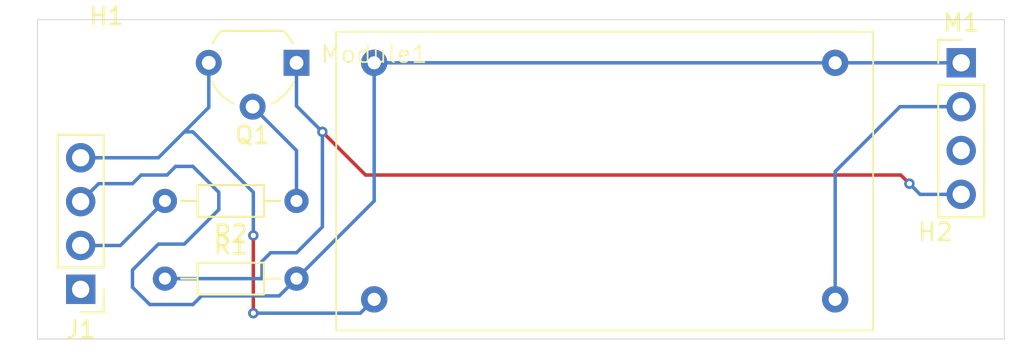
<source format=kicad_pcb>
(kicad_pcb (version 20240108) (generator "pcbnew") (generator_version "8.0")
  (layers (0 "F.Cu" signal) (31 "B.Cu" signal) (34 "B.Paste" user) (35 "F.Paste" user) (36 "B.SilkS" user "B.Silkscreen") (37 "F.SilkS" user "F.Silkscreen") (38 "B.Mask" user) (39 "F.Mask" user) (44 "Edge.Cuts" user))
  (net 0 "")
  (net 2 "Net-(J1-Pin_3)")
  (net 3 "Net-(J1-Pin_4)")
  (net 4 "Net-(M1-PWM)")
  (net 5 "Net-(M1-+)")
  (net 7 "Net-(Q1-B)")
  (net 8 "Net-(J1-Pin_2)")
  (footprint "Connector_PinHeader_2.54mm:PinHeader_1x04_P2.54mm_Vertical" (layer "F.Cu") (at 144 75)
    (property "Reference" "M1" (at 0 -2.33 0) (layer "F.SilkS"))
    (property "Value" "Fan_4pin")
    (fp_line (start -1.33 -1.33) (end 0 -1.33) (stroke (width 0.12)) (layer "F.SilkS"))
    (fp_line (start -1.33 0) (end -1.33 -1.33) (stroke (width 0.12)) (layer "F.SilkS"))
    (fp_line (start -1.33 1.27) (end -1.33 8.95) (stroke (width 0.12)) (layer "F.SilkS"))
    (fp_line (start -1.33 1.27) (end 1.33 1.27) (stroke (width 0.12)) (layer "F.SilkS"))
    (fp_line (start -1.33 8.95) (end 1.33 8.95) (stroke (width 0.12)) (layer "F.SilkS"))
    (fp_line (start 1.33 1.27) (end 1.33 8.95) (stroke (width 0.12)) (layer "F.SilkS"))
    (pad "1" thru_hole rect (at 0 0) (size 1.7 1.7) (drill 1) (layers "*.Cu" "*.Mask") (net 2 "Net-(J1-Pin_3)"))
    (pad "2" thru_hole oval (at 0 2.54) (size 1.7 1.7) (drill 1) (layers "*.Cu" "*.Mask") (net 5 "Net-(M1-+)"))
    (pad "3" thru_hole oval (at 0 5.08) (size 1.7 1.7) (drill 1) (layers "*.Cu" "*.Mask"))
    (pad "4" thru_hole oval (at 0 7.62) (size 1.7 1.7) (drill 1) (layers "*.Cu" "*.Mask") (net 4 "Net-(M1-PWM)"))
  )
  (footprint "Package_TO_SOT_THT:TO-92_Wide" (layer "F.Cu") (at 105.5 75 180)
    (property "Reference" "Q1" (at 2.55 -4.19 0) (layer "F.SilkS"))
    (property "Value" "PN2222A")
    (fp_line (start 0.74 1.85) (end 4.34 1.85) (stroke (width 0.12)) (layer "F.SilkS"))
    (fp_arc (start 4.864184 1.122795) (mid 4.633903 1.509328) (end 4.34 1.85) (stroke (width 0.12)) (layer "F.SilkS"))
    (fp_arc (start 3.65 -2.35) (mid 4.382279 -1.833196) (end 4.895458 -1.098371) (stroke (width 0.12)) (layer "F.SilkS"))
    (fp_arc (start 0.74 1.85) (mid 0.446097 1.509328) (end 0.215816 1.122795) (stroke (width 0.12)) (layer "F.SilkS"))
    (fp_arc (start 0.172801 -1.103842) (mid 0.678995 -1.832692) (end 1.4 -2.35) (stroke (width 0.12)) (layer "F.SilkS"))
    (pad "1" thru_hole rect (at 0 0 180) (size 1.5 1.5) (drill 0.8) (layers "*.Cu" "*.Mask") (net 4 "Net-(M1-PWM)"))
    (pad "2" thru_hole circle (at 2.54 -2.54 180) (size 1.5 1.5) (drill 0.8) (layers "*.Cu" "*.Mask") (net 7 "Net-(Q1-B)"))
    (pad "3" thru_hole circle (at 5.08 0 180) (size 1.5 1.5) (drill 0.8) (layers "*.Cu" "*.Mask") (net 3 "Net-(J1-Pin_4)"))
  )
  (footprint "Connector_PinHeader_2.54mm:PinHeader_1x04_P2.54mm_Vertical" (layer "F.Cu") (at 93 88.12 180)
    (property "Reference" "J1" (at 0 -2.33 0) (layer "F.SilkS"))
    (property "Value" "Conn_01x04")
    (fp_line (start 1.33 1.27) (end 1.33 8.95) (stroke (width 0.12)) (layer "F.SilkS"))
    (fp_line (start -1.33 8.95) (end 1.33 8.95) (stroke (width 0.12)) (layer "F.SilkS"))
    (fp_line (start -1.33 1.27) (end 1.33 1.27) (stroke (width 0.12)) (layer "F.SilkS"))
    (fp_line (start -1.33 1.27) (end -1.33 8.95) (stroke (width 0.12)) (layer "F.SilkS"))
    (fp_line (start -1.33 0) (end -1.33 -1.33) (stroke (width 0.12)) (layer "F.SilkS"))
    (fp_line (start -1.33 -1.33) (end 0 -1.33) (stroke (width 0.12)) (layer "F.SilkS"))
    (pad "1" thru_hole rect (at 0 0 180) (size 1.7 1.7) (drill 1) (layers "*.Cu" "*.Mask"))
    (pad "2" thru_hole oval (at 0 2.54 180) (size 1.7 1.7) (drill 1) (layers "*.Cu" "*.Mask") (net 8 "Net-(J1-Pin_2)"))
    (pad "3" thru_hole oval (at 0 5.08 180) (size 1.7 1.7) (drill 1) (layers "*.Cu" "*.Mask") (net 2 "Net-(J1-Pin_3)"))
    (pad "4" thru_hole oval (at 0 7.62 180) (size 1.7 1.7) (drill 1) (layers "*.Cu" "*.Mask") (net 3 "Net-(J1-Pin_4)"))
  )
  (footprint "Resistor_THT:R_Axial_DIN0204_L3.6mm_D1.6mm_P7.62mm_Horizontal" (layer "F.Cu") (at 97.88 87.5)
    (property "Reference" "R1" (at 3.81 -1.92 0) (layer "F.SilkS"))
    (property "Value" "R")
    (fp_line (start 0.94 0) (end 1.89 0) (stroke (width 0.12)) (layer "F.SilkS"))
    (fp_line (start 1.89 -0.92) (end 1.89 0.92) (stroke (width 0.12)) (layer "F.SilkS"))
    (fp_line (start 1.89 0.92) (end 5.73 0.92) (stroke (width 0.12)) (layer "F.SilkS"))
    (fp_line (start 5.73 -0.92) (end 1.89 -0.92) (stroke (width 0.12)) (layer "F.SilkS"))
    (fp_line (start 5.73 0.92) (end 5.73 -0.92) (stroke (width 0.12)) (layer "F.SilkS"))
    (fp_line (start 6.68 0) (end 5.73 0) (stroke (width 0.12)) (layer "F.SilkS"))
    (pad "1" thru_hole circle (at 0 0) (size 1.4 1.4) (drill 0.7) (layers "*.Cu" "*.Mask") (net 4 "Net-(M1-PWM)"))
    (pad "2" thru_hole oval (at 7.62 0) (size 1.4 1.4) (drill 0.7) (layers "*.Cu" "*.Mask") (net 2 "Net-(J1-Pin_3)"))
  )
  (footprint "MountingHole:MountingHole_2mm" (layer "F.Cu") (at 94.5 75.5)
    (property "Reference" "H1" (at 0 -3.2 0) (layer "F.SilkS"))
    (property "Value" "MountingHole")
    (pad "" np_thru_hole circle (at 0 0) (size 2 2) (drill 2) (layers "*.Cu" "*.Mask"))
  )
  (footprint "MountingHole:MountingHole_2mm" (layer "F.Cu") (at 142.5 88)
    (property "Reference" "H2" (at 0 -3.2 0) (layer "F.SilkS"))
    (property "Value" "MountingHole")
    (pad "" np_thru_hole circle (at 0 0) (size 2 2) (drill 2) (layers "*.Cu" "*.Mask"))
  )
  (footprint "Resistor_THT:R_Axial_DIN0204_L3.6mm_D1.6mm_P7.62mm_Horizontal" (layer "F.Cu") (at 105.5 83 180)
    (property "Reference" "R2" (at 3.81 -1.92 0) (layer "F.SilkS"))
    (property "Value" "R")
    (fp_line (start 6.68 0) (end 5.73 0) (stroke (width 0.12)) (layer "F.SilkS"))
    (fp_line (start 5.73 0.92) (end 5.73 -0.92) (stroke (width 0.12)) (layer "F.SilkS"))
    (fp_line (start 5.73 -0.92) (end 1.89 -0.92) (stroke (width 0.12)) (layer "F.SilkS"))
    (fp_line (start 1.89 0.92) (end 5.73 0.92) (stroke (width 0.12)) (layer "F.SilkS"))
    (fp_line (start 1.89 -0.92) (end 1.89 0.92) (stroke (width 0.12)) (layer "F.SilkS"))
    (fp_line (start 0.94 0) (end 1.89 0) (stroke (width 0.12)) (layer "F.SilkS"))
    (pad "1" thru_hole circle (at 0 0 180) (size 1.4 1.4) (drill 0.7) (layers "*.Cu" "*.Mask") (net 7 "Net-(Q1-B)"))
    (pad "2" thru_hole oval (at 7.62 0 180) (size 1.4 1.4) (drill 0.7) (layers "*.Cu" "*.Mask") (net 8 "Net-(J1-Pin_2)"))
  )
  (footprint "footprints:saneea DC-DC" (layer "F.Cu") (at 110 75)
    (property "Reference" "Module1" (at 0 -0.5 0) (layer "F.SilkS") (effects (font (thickness 0.1))))
    (property "Value" "DC-DC")
    (fp_rect (start -2.2 -1.8) (end 28.9 15.5) (stroke (width 0.1)) (fill none) (layer "F.SilkS"))
    (pad "1" thru_hole circle (at 0 0) (size 1.524 1.524) (drill 0.762) (layers "*.Cu" "*.Mask") (net 2 "Net-(J1-Pin_3)"))
    (pad "2" thru_hole circle (at 0 13.7) (size 1.524 1.524) (drill 0.762) (layers "*.Cu" "*.Mask") (net 3 "Net-(J1-Pin_4)"))
    (pad "3" thru_hole circle (at 26.7 13.7) (size 1.524 1.524) (drill 0.762) (layers "*.Cu" "*.Mask") (net 5 "Net-(M1-+)"))
    (pad "4" thru_hole circle (at 26.7 0 90) (size 1.524 1.524) (drill 0.762) (layers "*.Cu" "*.Mask") (net 2 "Net-(J1-Pin_3)"))
  )
  (gr_rect (start 90.5 72.5) (end 146.5 91) (stroke (width 0.05)) (fill none) (layer "Edge.Cuts"))
  (segment (start 99.5 89) (end 97 89) (width 0.2) (layer "B.Cu") (net 2))
  (segment (start 136.7 75) (end 144 75) (width 0.2) (layer "B.Cu") (net 2))
  (segment (start 97.5 85.5) (end 99 85.5) (width 0.2) (layer "B.Cu") (net 2))
  (segment (start 96 88) (end 96 87) (width 0.2) (layer "B.Cu") (net 2))
  (segment (start 136.7 75) (end 110 75) (width 0.2) (layer "B.Cu") (net 2))
  (segment (start 110 75) (end 110 83) (width 0.2) (layer "B.Cu") (net 2))
  (segment (start 96 82) (end 94.04 82) (width 0.2) (layer "B.Cu") (net 2))
  (segment (start 96 87) (end 97.5 85.5) (width 0.2) (layer "B.Cu") (net 2))
  (segment (start 96.5 81.5) (end 96 82) (width 0.2) (layer "B.Cu") (net 2))
  (segment (start 98 81.5) (end 96.5 81.5) (width 0.2) (layer "B.Cu") (net 2))
  (segment (start 94.04 82) (end 93 83.04) (width 0.2) (layer "B.Cu") (net 2))
  (segment (start 97 89) (end 96 88) (width 0.2) (layer "B.Cu") (net 2))
  (segment (start 101 83.5) (end 101 82.5) (width 0.2) (layer "B.Cu") (net 2))
  (segment (start 105.5 87.5) (end 104.5 88.5) (width 0.2) (layer "B.Cu") (net 2))
  (segment (start 104.5 88.5) (end 100 88.5) (width 0.2) (layer "B.Cu") (net 2))
  (segment (start 98.5 81) (end 98 81.5) (width 0.2) (layer "B.Cu") (net 2))
  (segment (start 110 83) (end 105.5 87.5) (width 0.2) (layer "B.Cu") (net 2))
  (segment (start 101 82.5) (end 99.5 81) (width 0.2) (layer "B.Cu") (net 2))
  (segment (start 99.5 81) (end 98.5 81) (width 0.2) (layer "B.Cu") (net 2))
  (segment (start 99 85.5) (end 101 83.5) (width 0.2) (layer "B.Cu") (net 2))
  (segment (start 100 88.5) (end 99.5 89) (width 0.2) (layer "B.Cu") (net 2))
  (segment (start 103 85) (end 103 89.5) (width 0.2) (layer "F.Cu") (net 3))
  (via (at 103 85) (size 0.6) (drill 0.3) (layers "F.Cu" "B.Cu") (net 3))
  (via (at 103 89.5) (size 0.6) (drill 0.3) (layers "F.Cu" "B.Cu") (net 3))
  (segment (start 103 82.5) (end 103 85) (width 0.2) (layer "B.Cu") (net 3))
  (segment (start 103 89.5) (end 109.2 89.5) (width 0.2) (layer "B.Cu") (net 3))
  (segment (start 101.91 81.41) (end 103 82.5) (width 0.2) (layer "B.Cu") (net 3))
  (segment (start 97.5 80.5) (end 99 79) (width 0.2) (layer "B.Cu") (net 3))
  (segment (start 99 79) (end 99.5 79) (width 0.2) (layer "B.Cu") (net 3))
  (segment (start 99.5 79) (end 102 81.5) (width 0.2) (layer "B.Cu") (net 3))
  (segment (start 93 80.5) (end 97.5 80.5) (width 0.2) (layer "B.Cu") (net 3))
  (segment (start 102 81.5) (end 101.91 81.41) (width 0.2) (layer "B.Cu") (net 3))
  (segment (start 99 79) (end 100.42 77.58) (width 0.2) (layer "B.Cu") (net 3))
  (segment (start 100.42 77.58) (end 100.42 75) (width 0.2) (layer "B.Cu") (net 3))
  (segment (start 109.2 89.5) (end 110 88.7) (width 0.2) (layer "B.Cu") (net 3))
  (segment (start 109.5 81.5) (end 107 79) (width 0.2) (layer "F.Cu") (net 4))
  (segment (start 140.5 81.5) (end 109.5 81.5) (width 0.2) (layer "F.Cu") (net 4))
  (segment (start 141 82) (end 140.5 81.5) (width 0.2) (layer "F.Cu") (net 4))
  (via (at 107 79) (size 0.6) (drill 0.3) (layers "F.Cu" "B.Cu") (net 4))
  (via (at 141 82) (size 0.6) (drill 0.3) (layers "F.Cu" "B.Cu") (net 4))
  (segment (start 107 79) (end 105.5 77.5) (width 0.2) (layer "B.Cu") (net 4))
  (segment (start 97.88 87.5) (end 103.5 87.5) (width 0.2) (layer "B.Cu") (net 4))
  (segment (start 107 84.5) (end 107 79) (width 0.2) (layer "B.Cu") (net 4))
  (segment (start 103.5 86.5) (end 104 86) (width 0.2) (layer "B.Cu") (net 4))
  (segment (start 144 82.62) (end 141.62 82.62) (width 0.2) (layer "B.Cu") (net 4))
  (segment (start 104 86) (end 105.5 86) (width 0.2) (layer "B.Cu") (net 4))
  (segment (start 105.5 77.5) (end 105.5 75) (width 0.2) (layer "B.Cu") (net 4))
  (segment (start 141.62 82.62) (end 141 82) (width 0.2) (layer "B.Cu") (net 4))
  (segment (start 103.5 87.5) (end 103.5 86.5) (width 0.2) (layer "B.Cu") (net 4))
  (segment (start 105.5 86) (end 107 84.5) (width 0.2) (layer "B.Cu") (net 4))
  (segment (start 136.7 88.7) (end 136.7 81.3) (width 0.2) (layer "B.Cu") (net 5))
  (segment (start 136.7 81.3) (end 140.46 77.54) (width 0.2) (layer "B.Cu") (net 5))
  (segment (start 140.46 77.54) (end 144 77.54) (width 0.2) (layer "B.Cu") (net 5))
  (segment (start 105.5 83) (end 105.5 80.08) (width 0.2) (layer "B.Cu") (net 7))
  (segment (start 105.5 80.08) (end 102.96 77.54) (width 0.2) (layer "B.Cu") (net 7))
  (segment (start 95.3 85.58) (end 97.88 83) (width 0.2) (layer "B.Cu") (net 8))
  (segment (start 93 85.58) (end 95.3 85.58) (width 0.2) (layer "B.Cu") (net 8))
)
</source>
